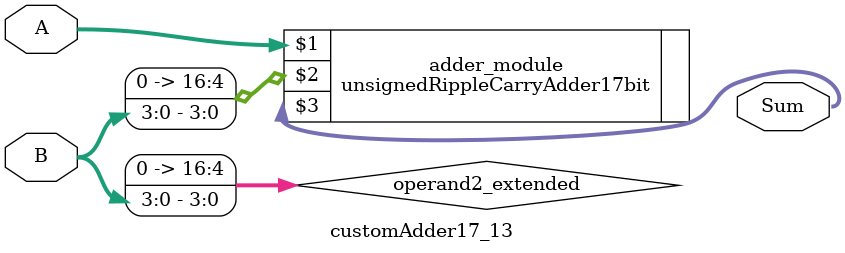
<source format=v>

module customAdder17_13(
                    input [16 : 0] A,
                    input [3 : 0] B,
                    
                    output [17 : 0] Sum
            );

    wire [16 : 0] operand2_extended;
    
    assign operand2_extended =  {13'b0, B};
    
    unsignedRippleCarryAdder17bit adder_module(
        A,
        operand2_extended,
        Sum
    );
    
endmodule
        
</source>
